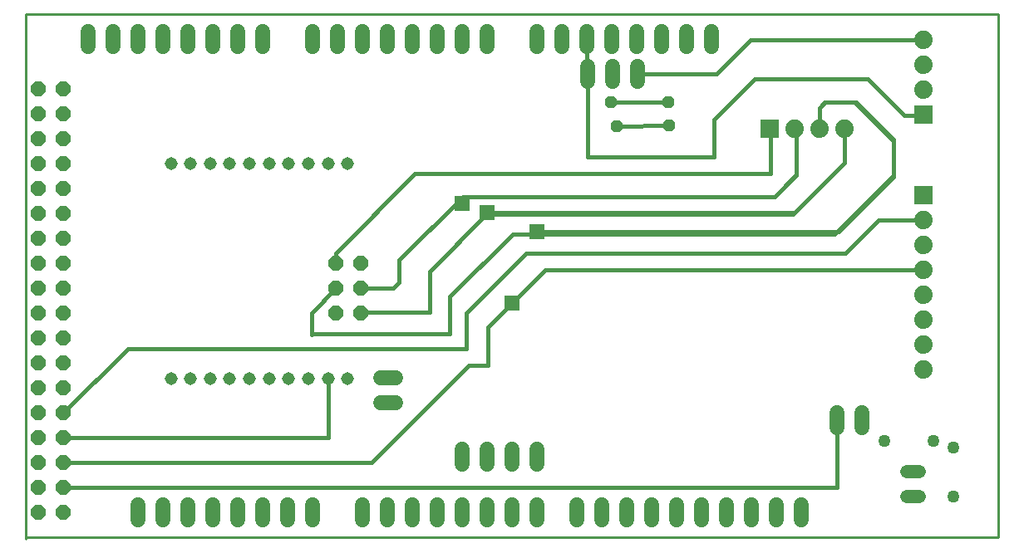
<source format=gtl>
G75*
%MOIN*%
%OFA0B0*%
%FSLAX24Y24*%
%IPPOS*%
%LPD*%
%AMOC8*
5,1,8,0,0,1.08239X$1,22.5*
%
%ADD10C,0.0100*%
%ADD11OC8,0.0600*%
%ADD12C,0.0600*%
%ADD13C,0.0515*%
%ADD14R,0.0740X0.0740*%
%ADD15C,0.0740*%
%ADD16C,0.0520*%
%ADD17C,0.0500*%
%ADD18C,0.0160*%
%ADD19R,0.0591X0.0591*%
%ADD20OC8,0.0475*%
D10*
X001017Y000150D02*
X001017Y000190D01*
X001017Y021200D01*
X040027Y021200D01*
X040027Y000190D01*
X001017Y000190D01*
D11*
X001517Y001190D03*
X002517Y001190D03*
X002517Y002190D03*
X001517Y002190D03*
X001517Y003190D03*
X002517Y003190D03*
X002517Y004190D03*
X001517Y004190D03*
X001517Y005190D03*
X002517Y005190D03*
X002517Y006190D03*
X001517Y006190D03*
X001517Y007190D03*
X002517Y007190D03*
X002517Y008190D03*
X001517Y008190D03*
X001517Y009190D03*
X002517Y009190D03*
X002517Y010190D03*
X001517Y010190D03*
X001517Y011190D03*
X002517Y011190D03*
X002517Y012190D03*
X001517Y012190D03*
X001517Y013190D03*
X002517Y013190D03*
X002517Y014190D03*
X001517Y014190D03*
X001517Y015190D03*
X002517Y015190D03*
X002517Y016190D03*
X001517Y016190D03*
X001517Y017190D03*
X002517Y017190D03*
X002517Y018190D03*
X001517Y018190D03*
X013467Y011190D03*
X014467Y011190D03*
X014467Y010190D03*
X013467Y010190D03*
X013467Y009190D03*
X014467Y009190D03*
D12*
X015257Y006610D02*
X015857Y006610D01*
X015857Y005610D02*
X015257Y005610D01*
X018517Y003740D02*
X018517Y003140D01*
X019517Y003140D02*
X019517Y003740D01*
X020517Y003740D02*
X020517Y003140D01*
X021517Y003140D02*
X021517Y003740D01*
X021517Y001490D02*
X021517Y000890D01*
X020517Y000890D02*
X020517Y001490D01*
X019517Y001490D02*
X019517Y000890D01*
X018517Y000890D02*
X018517Y001490D01*
X017517Y001490D02*
X017517Y000890D01*
X016517Y000890D02*
X016517Y001490D01*
X015517Y001490D02*
X015517Y000890D01*
X014517Y000890D02*
X014517Y001490D01*
X012517Y001490D02*
X012517Y000890D01*
X011517Y000890D02*
X011517Y001490D01*
X010517Y001490D02*
X010517Y000890D01*
X009517Y000890D02*
X009517Y001490D01*
X008517Y001490D02*
X008517Y000890D01*
X007517Y000890D02*
X007517Y001490D01*
X006517Y001490D02*
X006517Y000890D01*
X005517Y000890D02*
X005517Y001490D01*
X023117Y001490D02*
X023117Y000890D01*
X024117Y000890D02*
X024117Y001490D01*
X025117Y001490D02*
X025117Y000890D01*
X026117Y000890D02*
X026117Y001490D01*
X027117Y001490D02*
X027117Y000890D01*
X028117Y000890D02*
X028117Y001490D01*
X029117Y001490D02*
X029117Y000890D01*
X030117Y000890D02*
X030117Y001490D01*
X031117Y001490D02*
X031117Y000890D01*
X032117Y000890D02*
X032117Y001490D01*
X033557Y004610D02*
X033557Y005210D01*
X034557Y005210D02*
X034557Y004610D01*
X025547Y018490D02*
X025547Y019090D01*
X024547Y019090D02*
X024547Y018490D01*
X023547Y018490D02*
X023547Y019090D01*
X023517Y019890D02*
X023517Y020490D01*
X022517Y020490D02*
X022517Y019890D01*
X021517Y019890D02*
X021517Y020490D01*
X019517Y020490D02*
X019517Y019890D01*
X018517Y019890D02*
X018517Y020490D01*
X017517Y020490D02*
X017517Y019890D01*
X016517Y019890D02*
X016517Y020490D01*
X015517Y020490D02*
X015517Y019890D01*
X014517Y019890D02*
X014517Y020490D01*
X013517Y020490D02*
X013517Y019890D01*
X012517Y019890D02*
X012517Y020490D01*
X010517Y020490D02*
X010517Y019890D01*
X009517Y019890D02*
X009517Y020490D01*
X008517Y020490D02*
X008517Y019890D01*
X007517Y019890D02*
X007517Y020490D01*
X006517Y020490D02*
X006517Y019890D01*
X005517Y019890D02*
X005517Y020490D01*
X004517Y020490D02*
X004517Y019890D01*
X003517Y019890D02*
X003517Y020490D01*
X024517Y020490D02*
X024517Y019890D01*
X025517Y019890D02*
X025517Y020490D01*
X026517Y020490D02*
X026517Y019890D01*
X027517Y019890D02*
X027517Y020490D01*
X028517Y020490D02*
X028517Y019890D01*
D13*
X013929Y015221D03*
X013142Y015221D03*
X012354Y015221D03*
X011567Y015221D03*
X010780Y015221D03*
X009992Y015221D03*
X009205Y015221D03*
X008417Y015221D03*
X007630Y015221D03*
X006843Y015221D03*
X006843Y006559D03*
X007630Y006559D03*
X008417Y006559D03*
X009205Y006559D03*
X009992Y006559D03*
X010780Y006559D03*
X011567Y006559D03*
X012354Y006559D03*
X013142Y006559D03*
X013929Y006559D03*
D14*
X030847Y016590D03*
X037017Y017180D03*
X037017Y013940D03*
D15*
X037017Y012940D03*
X037017Y011940D03*
X037017Y010940D03*
X037017Y009940D03*
X037017Y008940D03*
X037017Y007940D03*
X037017Y006940D03*
X033847Y016590D03*
X032847Y016590D03*
X031847Y016590D03*
X037017Y018180D03*
X037017Y019180D03*
X037017Y020180D03*
D16*
X036867Y002830D02*
X036347Y002830D01*
X036347Y001830D02*
X036867Y001830D01*
D17*
X038227Y001846D03*
X038227Y003814D03*
X037411Y004080D03*
X035442Y004080D03*
D18*
X033557Y004910D02*
X033557Y002200D01*
X002517Y002190D01*
X002517Y003190D02*
X014877Y003190D01*
X018787Y007100D01*
X019547Y007100D01*
X019547Y008630D01*
X020517Y009600D01*
X021857Y010940D01*
X037017Y010940D01*
X037017Y011940D02*
X037007Y011950D01*
X037017Y012940D02*
X035227Y012940D01*
X033897Y011610D01*
X021097Y011610D01*
X018697Y009210D01*
X018697Y007780D01*
X005107Y007780D01*
X002517Y005190D01*
X002517Y004190D02*
X013142Y004190D01*
X013142Y006559D01*
X012487Y008350D02*
X012507Y008370D01*
X018027Y008370D01*
X018027Y009860D01*
X020547Y012380D01*
X033457Y012370D01*
X035817Y014730D01*
X035807Y016170D01*
X034317Y017660D01*
X034267Y017660D01*
X035777Y016150D01*
X035787Y016150D01*
X035827Y016110D01*
X035827Y014680D01*
X033607Y012460D01*
X021517Y012460D01*
X019487Y013160D02*
X017207Y010880D01*
X017207Y009230D01*
X014507Y009230D01*
X014467Y009190D01*
X014467Y010190D02*
X015747Y010190D01*
X015997Y010440D01*
X015997Y011330D01*
X018557Y013870D01*
X031047Y013870D01*
X031927Y014770D01*
X031927Y016510D01*
X031847Y016590D01*
X031917Y016590D01*
X031917Y014750D01*
X031047Y013880D01*
X018787Y013880D01*
X018507Y013600D01*
X019507Y013230D02*
X031847Y013230D01*
X033857Y015240D01*
X033857Y016580D01*
X033847Y016590D01*
X033847Y015230D01*
X031777Y013160D01*
X019487Y013160D01*
X016637Y014800D02*
X030897Y014800D01*
X030897Y016430D01*
X030847Y016590D01*
X032847Y016590D02*
X032847Y017430D01*
X033047Y017630D01*
X033057Y017630D01*
X033087Y017660D01*
X034267Y017660D01*
X033087Y017660D02*
X033057Y017660D01*
X032847Y017450D01*
X032847Y017430D01*
X034787Y018610D02*
X036267Y017130D01*
X036967Y017130D01*
X037017Y017180D01*
X034787Y018610D02*
X030257Y018610D01*
X028617Y016970D01*
X028617Y015460D01*
X023547Y015460D01*
X023547Y018790D01*
X023517Y018820D01*
X023517Y020190D01*
X025547Y018790D02*
X028707Y018790D01*
X030087Y020170D01*
X036927Y020170D01*
X036987Y020230D01*
X026797Y017660D02*
X024497Y017660D01*
X024707Y016720D02*
X026837Y016730D01*
X016637Y014800D02*
X013467Y011620D01*
X013467Y011190D01*
X013467Y010190D02*
X012487Y009210D01*
X012487Y008350D01*
D19*
X020517Y009600D03*
X021517Y012460D03*
X019507Y013230D03*
X018507Y013600D03*
D20*
X024707Y016720D03*
X024497Y017660D03*
X026797Y017660D03*
X026837Y016730D03*
M02*

</source>
